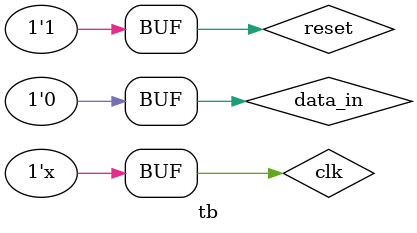
<source format=v>
`timescale 1ns / 1ps


module tb;

	// Inputs
	reg clk;
	reg reset;
	reg data_in;

	// Outputs
	wire [3:0] q;

	// Instantiate the Unit Under Test (UUT)
	sipo4 uut (
		.clk(clk), 
		.reset(reset), 
		.data_in(data_in), 
		.q(q)
	);

	initial begin
		// Initialize Inputs
		clk = 0;
		reset = 1;
		data_in = 0;
		
		#50 reset = 0; #50 reset = 1;
		#50 data_in = 1;
		#200 data_in = 0;
	end
	
	always begin
		#50 clk = ~clk;
	end
      
endmodule


</source>
